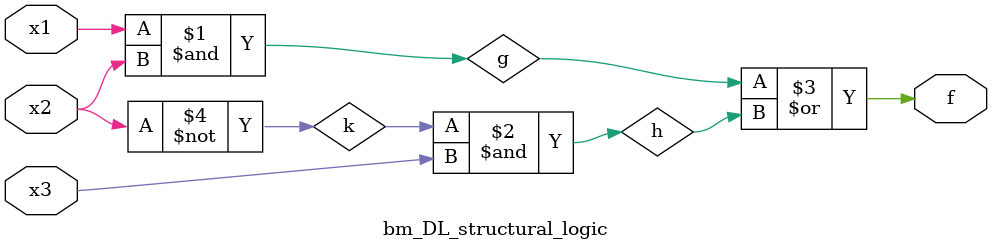
<source format=v>
/* Simple combinational circuit with defined gates */

module bm_DL_structural_logic (x1, x2, x3, f);
	input x1, x2, x3;
	output f;
	
	and (g, x1, x2);
	not (k,x2);
	and (h, k, x3);
	or (f, g, h);

endmodule

</source>
